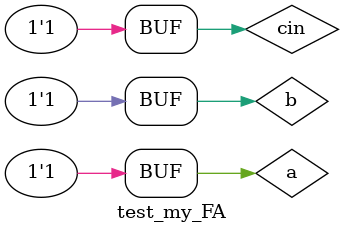
<source format=v>
module my_HA(A, B, R, C);
input A,B;
output R, C;

    assign R = (A & ~B)|(~A &B);
    assign C = A & B;
endmodule

module my_FA(Cin, A, B, R, Cout);
input Cin, A, B;
output R, Cout;
wire r1, c1, c2;
my_HA ha1(A, B, r1, c1);
my_HA ha2(r1, Cin, R, c2);

    assign Cout = c1|c2;
endmodule

module test_my_FA;
reg cin, a, b;
wire r, cout;
my_FA my_fa(cin, a, b, r, cout);

initial begin
    cin = 0; a=1'b0; b=1'b0;
    #1000 cin=0; a=1'b0; b=1'b1;
    #1000 cin=0; a=1'b1; b=1'b0;
    #1000 cin=0; a=1'b1; b=1'b1;
    #1000 cin=1; a=1'b0; b=1'b0;
    #1000 cin=1; a=1'b0; b=1'b1;
    #1000 cin=1; a=1'b1; b=1'b0;
    #1000 cin=1; a=1'b1; b=1'b1;
end

initial
    $monitor($stime, "cin=%b a=%b b=%b r=%b cout=%b", cin, a, b, r, cout);

endmodule
</source>
